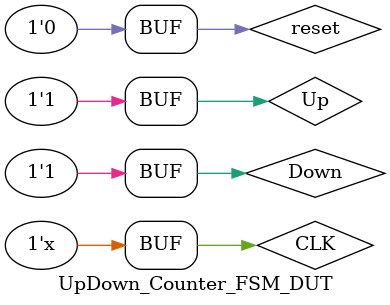
<source format=v>
module UpDown_Counter_FSM ( clk , reset , up , down ,Pcount , Full_Flag , Empty_Flag , Alarm_Flag ) ;
// -------------------------- Inputs Declarations ---------------------------- //
input clk , reset , up , down;
// ------------------------- Outputs Declarations ---------------------------- //
output [2:0] Pcount ;
output Full_Flag , Empty_Flag , Alarm_Flag ;
// ---------------------- Parameters Declarations ---------------------------- // 
parameter 
      S0 = 3'b000 , // initial state ( empty state )
		S1 = 3'b001 , 
		S2 = 3'b010 , 
		S3 = 3'b011 , 
      S4 = 3'b100 , 
      S5 = 3'b101 , 
      S6 = 3'b110 , 
      S7 = 3'b111 ; // last state ( full state )		 
// ---------------------------- Reg Declarations ----------------------------- //
reg [2:0] Pcount;
reg [2:0] State;
reg Full_Flag , Empty_Flag , Alarm_Flag ;
always @( posedge clk or posedge reset )
	begin

		 if( reset ) // reset the state to initial state and output to zeros
			 begin
				State <= S0 ;
				Pcount <= 3'b000 ;
				Full_Flag  <= 1'b0 ;
				Empty_Flag <= 1'b1 ;
				Alarm_Flag <= 1'b0 ;
			 end
		 else
		   begin
			   case(State) // state transitions  
				  
				  S0: // state 0
				      if( up )
				       begin
				        State <= S1 ;
				        Pcount <= 3'b001 ;
				        Full_Flag  <= 1'b0 ;
				        Empty_Flag <= 1'b0 ;
				        Alarm_Flag <= 1'b0 ;  
				       end
				      else if( down )
				       begin
				        State <= S0 ;
				        Pcount <= 3'b000 ;
				        Full_Flag  <= 1'b0 ;
				        Empty_Flag <= 1'b1 ;
				        Alarm_Flag <= 1'b1 ;  
				       end
				  
				  S1: // state 1
				      if( up )
				       begin
				        State <= S2 ;
				        Pcount <= 3'b010 ;
				        Full_Flag  <= 1'b0 ;
				        Empty_Flag <= 1'b0 ;
				        Alarm_Flag <= 1'b0 ;  
				       end
				      else if( down )
				       begin
				        State <= S0 ;
				        Pcount <= 3'b000 ;
				        Full_Flag  <= 1'b0 ;
				        Empty_Flag <= 1'b1 ;
				        Alarm_Flag <= 1'b0 ;  
				       end
				  
				  S2:  // state 2
				      if( up )
				       begin
				        State <= S3 ;
				        Pcount <= 3'b011 ;
				        Full_Flag  <= 1'b0 ;
				        Empty_Flag <= 1'b0 ;
				        Alarm_Flag <= 1'b0 ;  
				       end
				      else if( down )
				       begin
				        State <= S1 ;
				        Pcount <= 3'b001 ;
				        Full_Flag  <= 1'b0 ;
				        Empty_Flag <= 1'b0 ;
				        Alarm_Flag <= 1'b0 ;  
				       end
				      
				  S3: // state 3
				      if( up )
				       begin
				        State <= S4 ;
				        Pcount <= 3'b100 ;
				        Full_Flag  <= 1'b0 ;
				        Empty_Flag <= 1'b0 ;
				        Alarm_Flag <= 1'b0 ;  
				       end
				      else if( down )
				       begin
				        State <= S2 ;
				        Pcount <= 3'b010 ;
				        Full_Flag  <= 1'b0 ;
				        Empty_Flag <= 1'b0 ;
				        Alarm_Flag <= 1'b0 ;  
			         end
			    S4:  // state 4
			       if( up )
				      begin
				        State <= S5 ;
				        Pcount <= 3'b101 ;
				        Full_Flag  <= 1'b0 ;
				        Empty_Flag <= 1'b0 ;
				        Alarm_Flag <= 1'b0 ;  
				      end
				      else if( down )
				       begin
				        State <= S3 ;
				        Pcount <= 3'b011 ;
				        Full_Flag  <= 1'b0 ;
				        Empty_Flag <= 1'b0 ;
				        Alarm_Flag <= 1'b0 ;
				       end   
		    
		      S5:  // state 5  
			        if( up )
				       begin
				        State <= S6 ;
				        Pcount <= 3'b110 ;
				        Full_Flag  <= 1'b0 ;
				        Empty_Flag <= 1'b0 ;
				        Alarm_Flag <= 1'b0 ;  
				       end
				      else if( down )
				       begin
				        State <= S4 ;
				        Pcount <= 3'b100 ;
				        Full_Flag  <= 1'b0 ;
				        Empty_Flag <= 1'b0 ;
				        Alarm_Flag <= 1'b0 ; 
				       end 
		    
		      S6:   // state 6
			        if( up )
				       begin
				        State <= S7 ;
				        Pcount <= 3'b111 ;
				        Full_Flag  <= 1'b1 ;
				        Empty_Flag <= 1'b0 ;
				        Alarm_Flag <= 1'b0 ;  
				       end
				      else if( down )
				       begin
				        State <= S5 ;
				        Pcount <= 3'b101 ;
				        Full_Flag  <= 1'b0 ;
				        Empty_Flag <= 1'b0 ;
				        Alarm_Flag <= 1'b0 ;  
				       end
		    
		      S7:    // state 7
			        if( up )
				       begin
				        State <= S7 ;
				        Pcount <= 3'b111 ;
				        Full_Flag  <= 1'b1 ;
				        Empty_Flag <= 1'b0 ;
				        Alarm_Flag <= 1'b1 ;  
				       end
				      else if( down )
				       begin
				        State <= S6 ;
				        Pcount <= 3'b110 ;
				        Full_Flag  <= 1'b0 ;
				        Empty_Flag <= 1'b0 ;
				        Alarm_Flag <= 1'b0 ;  
				       end 
			endcase
		 end 
	end
// --------------------------------------------------------------------------- //
endmodule
// ----------------------------- End of File --------------------------------- //
// --------------------------------------------------------------------------- //
module UpDown_Counter_FSM_DUT();
  
reg CLK , reset , Up , Down ;
wire  [2:0]Pcount ;
wire  Full_Flag , Empty_Flag , Alarm_Flag ;   
 initial 
   begin
     reset<=1;
     #5 reset<=0;
     CLK<=0;
     Up<=0; Down<=0; #800; 
     Up<=1; Down<=0; #800; 
     Up<=0; Down<=1; #800; 
     Up<=1; Down<=1; #800; 
   end
 always 
  begin
    CLK=~CLK;#50;
  end
UpDown_Counter_FSM c( CLK , reset , Up , Down , Pcount , Full_Flag , Empty_Flag , Alarm_Flag ) ;
//UpDown_Counter_FSM ( CLK , reset , Up , Down , Pcount , Full_Flag , Empty_Flag , Alarm_Flag ) ;
endmodule

</source>
